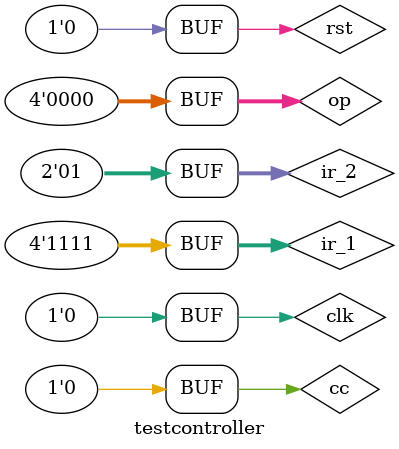
<source format=v>
`timescale 1ns / 1ps


module testcontroller;

	// Inputs
	reg [3:0] op;
	reg cc;
	reg [3:0] ir_1;
	reg [1:0] ir_2;
	reg clk;
	reg rst;

	// Outputs
	wire TMDR;
	wire Tlabel;
	wire Tpc;
	wire Tsp;
	wire Treg;
	wire R_W;
	wire LDmar;
	wire [3:0] state;
	wire [3:0] nextstate;
	wire LDmdr;
	wire LDy;
	wire LDir;
	wire LDsp;
	wire LDpc;
	wire LDreg;
	wire ALUon;
	wire MM;
	wire [2:0] fnSelect;

	// Instantiate the Unit Under Test (UUT)
	controller uut (
		.op(op), 
		.TMDR(TMDR), 
		.Tlabel(Tlabel), 
		.Tpc(Tpc), 
		.Tsp(Tsp), 
		.Treg(Treg), 
		.R_W(R_W), 
		.LDmar(LDmar), 
		.state(state), 
		.nextstate(nextstate), 
		.LDmdr(LDmdr), 
		.LDy(LDy), 
		.LDir(LDir), 
		.LDsp(LDsp), 
		.LDpc(LDpc), 
		.LDreg(LDreg), 
		.ALUon(ALUon), 
		.MM(MM), 
		.fnSelect(fnSelect), 
		.cc(cc), 
		.ir_1(ir_1), 
		.ir_2(ir_2), 
		.clk(clk), 
		.rst(rst)
	);

	initial begin
		// Initialize Inputs
		op = 0;
		cc = 0;
		ir_1 = 0;
		ir_2 = 0;
		clk = 0;
		rst = 0;

		// Wait 100 ns for global reset to finish
		#100;
        
		// Add stimulus here
		#10;
		rst =1;
		#10;
		rst =0;
		
		#5;
		clk =1;
		ir_1 = 4'b1111;
		ir_2 = 2'b00;
		
		#5
		clk =0;
		#5
		clk =1;
		#5
		clk=0;
		#5
		clk =1;
		#5
		clk=0;
		#5
		clk =1;
		#5
		clk=0;
		#5
		clk =1;
		#5
		clk=0;
		#5
		clk =1;
		#5
		clk=0;
		#5
		clk =1;
		#5
		clk=0;
		ir_1 = 4'b1111;
		ir_2 = 2'b01;
		#5
		clk =1;
		#5
		clk=0;
		#5
		clk =1;
		#5
		clk=0;
		#5
		clk =1;
		#5
		clk=0;
		#5
		clk =1;
		#5
		clk=0;
		#5
		clk =1;
		#5
		clk=0;
		/*ir_2 = 10;
		#5
		clk =1;
		#5
		clk=0;
		#5
		clk =1;
		#5
		clk=0;
		#5
		clk =1;
		#5
		clk=0;
		#5
		clk =1;
		#5
		clk=0;
		#5
		clk =1;
		#5
		clk=0;
      #5
		clk =1;
		#5
		clk=0;
		ir_2 = 11;
		#5
		clk =1;
		#5
		clk=0;
		#5
		clk =1;
		#5
		clk=0;
		#5
		clk =1;
		#5
		clk=0;
		#5
		clk =1;
		#5
		clk=0;
		#5
		clk =1;
		#5
		clk=0;
		ir_1 = 4'b1010;
		#5
		clk =1;
		#5
		clk=0;
		#5
		clk =1;
		#5
		clk=0;
		#5
		clk =1;
		#5
		clk=0;
		#5
		clk =1;
		#5
		clk=0;
		#5
		clk =1;
		#5
		clk=0;
		#5
		clk =1;
		#5
		clk=0;
		#5
		clk =1;
		#5
		clk=0;
		#5
		clk =1;
		#5
		clk=0;
		ir_1 = 4'b0001;
		#5
		clk =1;
		#5
		clk=0;
		#5
		clk =1;
		#5
		clk=0;
		#5
		clk =1;
		#5
		clk=0;
		#5
		clk =1;
		#5
		clk=0;
		ir_1 = 4'b0011;
		cc =1;
		#5
		clk =1;
		#5
		clk=0;
		#5
		clk =1;
		#5
		clk=0;
		#5
		clk =1;
		#5
		clk=0;
		#5
		clk =1;
		#5
		clk=0;*/
		clk=0;
		// Add stimulus here
	end
      
endmodule


</source>
